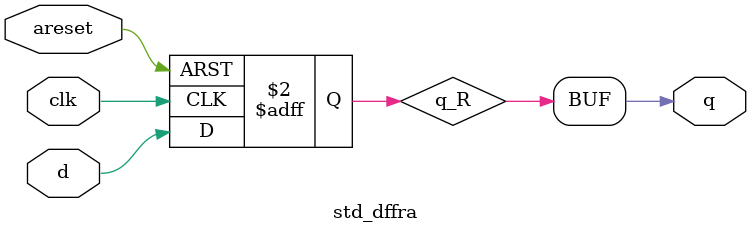
<source format=v>

module std_dffra #(
    parameter                       DFF_WIDTH           = 1,
    parameter [DFF_WIDTH - 1:0]     DFF_RESET_VALUE     = 'b0
) (
    input   wire                        clk,
    input   wire                        areset,

    input   wire [DFF_WIDTH - 1:0]      d,
    output  wire [DFF_WIDTH - 1:0]      q
);

    reg  [DFF_WIDTH - 1:0]  q_R;

    always @(posedge clk or posedge areset) begin
        
        if (areset) begin
            q_R <= DFF_RESET_VALUE;
        end 
        else begin
            q_R <= d;
        end
    end

    assign q = q_R;

endmodule
</source>
